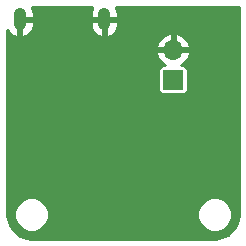
<source format=gbl>
G04 #@! TF.GenerationSoftware,KiCad,Pcbnew,5.0.2-bee76a0~70~ubuntu16.04.1*
G04 #@! TF.CreationDate,2018-12-16T16:52:19+05:30*
G04 #@! TF.ProjectId,voltage_6V,766f6c74-6167-4655-9f36-562e6b696361,rev?*
G04 #@! TF.SameCoordinates,Original*
G04 #@! TF.FileFunction,Copper,L2,Bot*
G04 #@! TF.FilePolarity,Positive*
%FSLAX46Y46*%
G04 Gerber Fmt 4.6, Leading zero omitted, Abs format (unit mm)*
G04 Created by KiCad (PCBNEW 5.0.2-bee76a0~70~ubuntu16.04.1) date Sun Dec 16 16:52:19 2018*
%MOMM*%
%LPD*%
G01*
G04 APERTURE LIST*
G04 #@! TA.AperFunction,ComponentPad*
%ADD10O,1.050000X1.900000*%
G04 #@! TD*
G04 #@! TA.AperFunction,ComponentPad*
%ADD11R,1.700000X1.700000*%
G04 #@! TD*
G04 #@! TA.AperFunction,ComponentPad*
%ADD12O,1.700000X1.700000*%
G04 #@! TD*
G04 #@! TA.AperFunction,ViaPad*
%ADD13C,0.800000*%
G04 #@! TD*
G04 #@! TA.AperFunction,Conductor*
%ADD14C,0.254000*%
G04 #@! TD*
G04 APERTURE END LIST*
D10*
G04 #@! TO.P,J3,6*
G04 #@! TO.N,GND*
X148655000Y-86467000D03*
X141505000Y-86467000D03*
G04 #@! TD*
D11*
G04 #@! TO.P,J1,1*
G04 #@! TO.N,/IN+*
X154478000Y-91604000D03*
D12*
G04 #@! TO.P,J1,2*
G04 #@! TO.N,GND*
X154478000Y-89064000D03*
G04 #@! TD*
D13*
G04 #@! TO.N,GND*
X147970000Y-92420000D03*
X148990000Y-92430000D03*
X149980000Y-92430000D03*
X146700000Y-95680000D03*
X150900000Y-96680000D03*
G04 #@! TD*
D14*
G04 #@! TO.N,GND*
G36*
X147631901Y-85480755D02*
X147495000Y-85915000D01*
X147495000Y-86340000D01*
X148528000Y-86340000D01*
X148528000Y-86320000D01*
X148782000Y-86320000D01*
X148782000Y-86340000D01*
X149815000Y-86340000D01*
X149815000Y-85915000D01*
X149678099Y-85480755D01*
X149653972Y-85452000D01*
X160048000Y-85452000D01*
X160048001Y-102971554D01*
X159980179Y-103508424D01*
X159791528Y-103984902D01*
X159674721Y-104145673D01*
X159093172Y-104727222D01*
X158631757Y-104944346D01*
X158107221Y-105044407D01*
X157992899Y-105048000D01*
X142528438Y-105048000D01*
X141991576Y-104980179D01*
X141515098Y-104791528D01*
X141354327Y-104674721D01*
X140772778Y-104093172D01*
X140555654Y-103631757D01*
X140455593Y-103107221D01*
X140452000Y-102992899D01*
X140452000Y-102706206D01*
X141023000Y-102706206D01*
X141023000Y-103293794D01*
X141247860Y-103836653D01*
X141663347Y-104252140D01*
X142206206Y-104477000D01*
X142793794Y-104477000D01*
X143336653Y-104252140D01*
X143752140Y-103836653D01*
X143977000Y-103293794D01*
X143977000Y-102706206D01*
X156523000Y-102706206D01*
X156523000Y-103293794D01*
X156747860Y-103836653D01*
X157163347Y-104252140D01*
X157706206Y-104477000D01*
X158293794Y-104477000D01*
X158836653Y-104252140D01*
X159252140Y-103836653D01*
X159477000Y-103293794D01*
X159477000Y-102706206D01*
X159252140Y-102163347D01*
X158836653Y-101747860D01*
X158293794Y-101523000D01*
X157706206Y-101523000D01*
X157163347Y-101747860D01*
X156747860Y-102163347D01*
X156523000Y-102706206D01*
X143977000Y-102706206D01*
X143752140Y-102163347D01*
X143336653Y-101747860D01*
X142793794Y-101523000D01*
X142206206Y-101523000D01*
X141663347Y-101747860D01*
X141247860Y-102163347D01*
X141023000Y-102706206D01*
X140452000Y-102706206D01*
X140452000Y-89420890D01*
X153036524Y-89420890D01*
X153206355Y-89830924D01*
X153596642Y-90259183D01*
X153831791Y-90369615D01*
X153628000Y-90369615D01*
X153480902Y-90398875D01*
X153356199Y-90482199D01*
X153272875Y-90606902D01*
X153243615Y-90754000D01*
X153243615Y-92454000D01*
X153272875Y-92601098D01*
X153356199Y-92725801D01*
X153480902Y-92809125D01*
X153628000Y-92838385D01*
X155328000Y-92838385D01*
X155475098Y-92809125D01*
X155599801Y-92725801D01*
X155683125Y-92601098D01*
X155712385Y-92454000D01*
X155712385Y-90754000D01*
X155683125Y-90606902D01*
X155599801Y-90482199D01*
X155475098Y-90398875D01*
X155328000Y-90369615D01*
X155124209Y-90369615D01*
X155359358Y-90259183D01*
X155749645Y-89830924D01*
X155919476Y-89420890D01*
X155798155Y-89191000D01*
X154605000Y-89191000D01*
X154605000Y-89211000D01*
X154351000Y-89211000D01*
X154351000Y-89191000D01*
X153157845Y-89191000D01*
X153036524Y-89420890D01*
X140452000Y-89420890D01*
X140452000Y-88707110D01*
X153036524Y-88707110D01*
X153157845Y-88937000D01*
X154351000Y-88937000D01*
X154351000Y-87743181D01*
X154605000Y-87743181D01*
X154605000Y-88937000D01*
X155798155Y-88937000D01*
X155919476Y-88707110D01*
X155749645Y-88297076D01*
X155359358Y-87868817D01*
X154834892Y-87622514D01*
X154605000Y-87743181D01*
X154351000Y-87743181D01*
X154121108Y-87622514D01*
X153596642Y-87868817D01*
X153206355Y-88297076D01*
X153036524Y-88707110D01*
X140452000Y-88707110D01*
X140452000Y-87358400D01*
X140481901Y-87453245D01*
X140774559Y-87802046D01*
X141199190Y-88010964D01*
X141378000Y-87885163D01*
X141378000Y-86594000D01*
X141632000Y-86594000D01*
X141632000Y-87885163D01*
X141810810Y-88010964D01*
X142235441Y-87802046D01*
X142528099Y-87453245D01*
X142665000Y-87019000D01*
X142665000Y-86594000D01*
X147495000Y-86594000D01*
X147495000Y-87019000D01*
X147631901Y-87453245D01*
X147924559Y-87802046D01*
X148349190Y-88010964D01*
X148528000Y-87885163D01*
X148528000Y-86594000D01*
X148782000Y-86594000D01*
X148782000Y-87885163D01*
X148960810Y-88010964D01*
X149385441Y-87802046D01*
X149678099Y-87453245D01*
X149815000Y-87019000D01*
X149815000Y-86594000D01*
X148782000Y-86594000D01*
X148528000Y-86594000D01*
X147495000Y-86594000D01*
X142665000Y-86594000D01*
X141632000Y-86594000D01*
X141378000Y-86594000D01*
X141358000Y-86594000D01*
X141358000Y-86340000D01*
X141378000Y-86340000D01*
X141378000Y-86320000D01*
X141632000Y-86320000D01*
X141632000Y-86340000D01*
X142665000Y-86340000D01*
X142665000Y-85915000D01*
X142528099Y-85480755D01*
X142503972Y-85452000D01*
X147656028Y-85452000D01*
X147631901Y-85480755D01*
X147631901Y-85480755D01*
G37*
X147631901Y-85480755D02*
X147495000Y-85915000D01*
X147495000Y-86340000D01*
X148528000Y-86340000D01*
X148528000Y-86320000D01*
X148782000Y-86320000D01*
X148782000Y-86340000D01*
X149815000Y-86340000D01*
X149815000Y-85915000D01*
X149678099Y-85480755D01*
X149653972Y-85452000D01*
X160048000Y-85452000D01*
X160048001Y-102971554D01*
X159980179Y-103508424D01*
X159791528Y-103984902D01*
X159674721Y-104145673D01*
X159093172Y-104727222D01*
X158631757Y-104944346D01*
X158107221Y-105044407D01*
X157992899Y-105048000D01*
X142528438Y-105048000D01*
X141991576Y-104980179D01*
X141515098Y-104791528D01*
X141354327Y-104674721D01*
X140772778Y-104093172D01*
X140555654Y-103631757D01*
X140455593Y-103107221D01*
X140452000Y-102992899D01*
X140452000Y-102706206D01*
X141023000Y-102706206D01*
X141023000Y-103293794D01*
X141247860Y-103836653D01*
X141663347Y-104252140D01*
X142206206Y-104477000D01*
X142793794Y-104477000D01*
X143336653Y-104252140D01*
X143752140Y-103836653D01*
X143977000Y-103293794D01*
X143977000Y-102706206D01*
X156523000Y-102706206D01*
X156523000Y-103293794D01*
X156747860Y-103836653D01*
X157163347Y-104252140D01*
X157706206Y-104477000D01*
X158293794Y-104477000D01*
X158836653Y-104252140D01*
X159252140Y-103836653D01*
X159477000Y-103293794D01*
X159477000Y-102706206D01*
X159252140Y-102163347D01*
X158836653Y-101747860D01*
X158293794Y-101523000D01*
X157706206Y-101523000D01*
X157163347Y-101747860D01*
X156747860Y-102163347D01*
X156523000Y-102706206D01*
X143977000Y-102706206D01*
X143752140Y-102163347D01*
X143336653Y-101747860D01*
X142793794Y-101523000D01*
X142206206Y-101523000D01*
X141663347Y-101747860D01*
X141247860Y-102163347D01*
X141023000Y-102706206D01*
X140452000Y-102706206D01*
X140452000Y-89420890D01*
X153036524Y-89420890D01*
X153206355Y-89830924D01*
X153596642Y-90259183D01*
X153831791Y-90369615D01*
X153628000Y-90369615D01*
X153480902Y-90398875D01*
X153356199Y-90482199D01*
X153272875Y-90606902D01*
X153243615Y-90754000D01*
X153243615Y-92454000D01*
X153272875Y-92601098D01*
X153356199Y-92725801D01*
X153480902Y-92809125D01*
X153628000Y-92838385D01*
X155328000Y-92838385D01*
X155475098Y-92809125D01*
X155599801Y-92725801D01*
X155683125Y-92601098D01*
X155712385Y-92454000D01*
X155712385Y-90754000D01*
X155683125Y-90606902D01*
X155599801Y-90482199D01*
X155475098Y-90398875D01*
X155328000Y-90369615D01*
X155124209Y-90369615D01*
X155359358Y-90259183D01*
X155749645Y-89830924D01*
X155919476Y-89420890D01*
X155798155Y-89191000D01*
X154605000Y-89191000D01*
X154605000Y-89211000D01*
X154351000Y-89211000D01*
X154351000Y-89191000D01*
X153157845Y-89191000D01*
X153036524Y-89420890D01*
X140452000Y-89420890D01*
X140452000Y-88707110D01*
X153036524Y-88707110D01*
X153157845Y-88937000D01*
X154351000Y-88937000D01*
X154351000Y-87743181D01*
X154605000Y-87743181D01*
X154605000Y-88937000D01*
X155798155Y-88937000D01*
X155919476Y-88707110D01*
X155749645Y-88297076D01*
X155359358Y-87868817D01*
X154834892Y-87622514D01*
X154605000Y-87743181D01*
X154351000Y-87743181D01*
X154121108Y-87622514D01*
X153596642Y-87868817D01*
X153206355Y-88297076D01*
X153036524Y-88707110D01*
X140452000Y-88707110D01*
X140452000Y-87358400D01*
X140481901Y-87453245D01*
X140774559Y-87802046D01*
X141199190Y-88010964D01*
X141378000Y-87885163D01*
X141378000Y-86594000D01*
X141632000Y-86594000D01*
X141632000Y-87885163D01*
X141810810Y-88010964D01*
X142235441Y-87802046D01*
X142528099Y-87453245D01*
X142665000Y-87019000D01*
X142665000Y-86594000D01*
X147495000Y-86594000D01*
X147495000Y-87019000D01*
X147631901Y-87453245D01*
X147924559Y-87802046D01*
X148349190Y-88010964D01*
X148528000Y-87885163D01*
X148528000Y-86594000D01*
X148782000Y-86594000D01*
X148782000Y-87885163D01*
X148960810Y-88010964D01*
X149385441Y-87802046D01*
X149678099Y-87453245D01*
X149815000Y-87019000D01*
X149815000Y-86594000D01*
X148782000Y-86594000D01*
X148528000Y-86594000D01*
X147495000Y-86594000D01*
X142665000Y-86594000D01*
X141632000Y-86594000D01*
X141378000Y-86594000D01*
X141358000Y-86594000D01*
X141358000Y-86340000D01*
X141378000Y-86340000D01*
X141378000Y-86320000D01*
X141632000Y-86320000D01*
X141632000Y-86340000D01*
X142665000Y-86340000D01*
X142665000Y-85915000D01*
X142528099Y-85480755D01*
X142503972Y-85452000D01*
X147656028Y-85452000D01*
X147631901Y-85480755D01*
G04 #@! TD*
M02*

</source>
